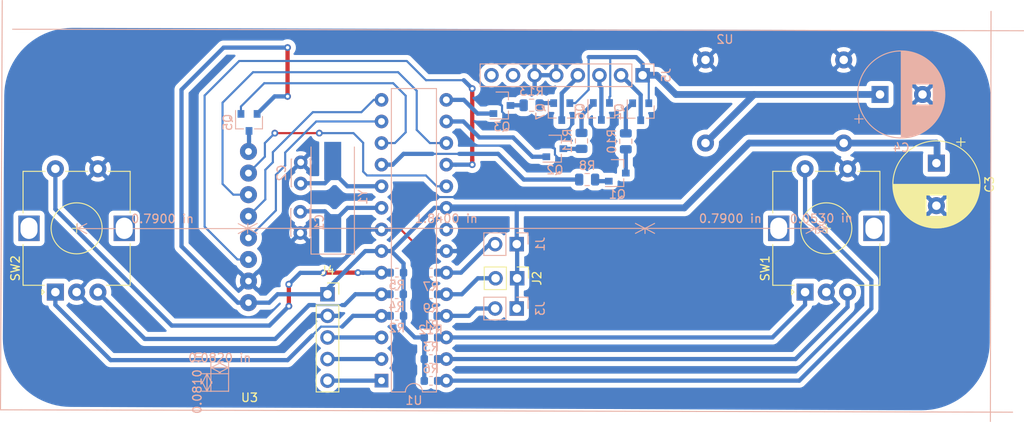
<source format=kicad_pcb>
(kicad_pcb (version 20171130) (host pcbnew "(5.1.2)-2")
  (layers (0 F.Cu signal) (31 B.Cu signal) (34 B.Paste user) (35 F.Paste user) (36 B.SilkS user) (37 F.SilkS user) (38 B.Mask user) (39 F.Mask user) (44 Edge.Cuts user))
  (net 0 "")
  (net 1 "Net-(C1-Pad2)")
  (net 2 GND)
  (net 3 "Net-(C2-Pad2)")
  (net 4 +5V)
  (net 5 +12V)
  (net 6 rear_temp)
  (net 7 RX)
  (net 8 TX)
  (net 9 reset)
  (net 10 relay_compressor)
  (net 11 front_fan_signal)
  (net 12 rear_fan_signal)
  (net 13 front_temp)
  (net 14 "Net-(Q1-Pad1)")
  (net 15 "Net-(Q1-Pad3)")
  (net 16 front_fan_pwm)
  (net 17 rear_fan_pwm)
  (net 18 black_light)
  (net 19 "Net-(Q5-Pad3)")
  (net 20 en1_a)
  (net 21 en2_a)
  (net 22 en1_b)
  (net 23 en2_b)
  (net 24 en2_btn)
  (net 25 en1_btn)
  (net 26 compressor)
  (net 27 sda)
  (net 28 cs)
  (net 29 sck)
  (net 30 "Net-(U1-Pad21)")
  (net 31 ldr)
  (net 32 lcd_reset)
  (net 33 ao)
  (net 34 "Net-(J5-Pad7)")
  (net 35 "Net-(J5-Pad8)")
  (net 36 "Net-(Q2-Pad3)")
  (net 37 "Net-(Q3-Pad3)")
  (net 38 "Net-(Q4-Pad1)")
  (net 39 "Net-(Q6-Pad1)")
  (net 40 "Net-(Q7-Pad1)")
  (module Connector_PinSocket_2.54mm:PinSocket_1x08_P2.54mm_Vertical (layer B.Cu) (at 94.8436 28.0924 90)
    (fp_text reference J5 (at 0 2.77 -90) (layer B.SilkS) (effects (justify mirror)))
    (fp_text value Conn_01x08)
    (pad 1 thru_hole rect (at 0 0 90) (size 1.7 1.7) (drill 1) (layers *.Cu *.Mask) (net 5 +12V))
    (pad 2 thru_hole oval (at 0 -2.54 90) (size 1.7 1.7) (drill 1) (layers *.Cu *.Mask) (net 10 relay_compressor))
    (pad 3 thru_hole oval (at 0 -5.08 90) (size 1.7 1.7) (drill 1) (layers *.Cu *.Mask) (net 11 front_fan_signal))
    (pad 4 thru_hole oval (at 0 -7.62 90) (size 1.7 1.7) (drill 1) (layers *.Cu *.Mask) (net 12 rear_fan_signal))
    (pad 5 thru_hole oval (at 0 -10.16 90) (size 1.7 1.7) (drill 1) (layers *.Cu *.Mask) (net 2 GND))
    (pad 6 thru_hole oval (at 0 -12.7 90) (size 1.7 1.7) (drill 1) (layers *.Cu *.Mask) (net 2 GND))
    (pad 7 thru_hole oval (at 0 -15.24 90) (size 1.7 1.7) (drill 1) (layers *.Cu *.Mask) (net 34 "Net-(J5-Pad7)"))
    (pad 8 thru_hole oval (at 0 -17.78 90) (size 1.7 1.7) (drill 1) (layers *.Cu *.Mask) (net 35 "Net-(J5-Pad8)"))
  )
  (module "footprint by wos:st7735" (layer F.Cu) (at 46.2026 63.3476)
    (fp_text reference U3 (at 2.413 2.659) (layer F.SilkS))
    (fp_text value st7735)
    (pad 8 thru_hole circle (at 2.286 -8.509) (size 2 2) (drill 0.762) (layers *.Cu *.Mask) (net 4 +5V))
    (pad 7 thru_hole circle (at 2.286 -11.049) (size 2 2) (drill 0.762) (layers *.Cu *.Mask) (net 2 GND))
    (pad 6 thru_hole circle (at 2.286 -13.589) (size 2 2) (drill 0.762) (layers *.Cu *.Mask) (net 28 cs))
    (pad 5 thru_hole circle (at 2.286 -16.129) (size 2 2) (drill 0.762) (layers *.Cu *.Mask) (net 32 lcd_reset))
    (pad 4 thru_hole circle (at 2.286 -18.669) (size 2 2) (drill 0.762) (layers *.Cu *.Mask) (net 33 ao))
    (pad 3 thru_hole circle (at 2.286 -21.209) (size 2 2) (drill 0.85) (layers *.Cu *.Mask) (net 27 sda))
    (pad 2 thru_hole circle (at 2.286 -23.749) (size 2 2) (drill 0.8) (layers *.Cu *.Mask) (net 29 sck))
    (pad 1 thru_hole circle (at 2.286 -26.289 90) (size 2 2) (drill 0.8) (layers *.Cu *.Mask) (net 19 "Net-(Q5-Pad3)"))
  )
  (module Capacitor_THT:CP_Radial_D10.0mm_P5.00mm (layer F.Cu) (at 129.3876 38.4302 270)
    (fp_text reference C3 (at 2.5 -6.25 90) (layer F.SilkS))
    (fp_text value CP1)
    (pad 2 thru_hole circle (at 5 0 270) (size 2 2) (drill 1) (layers *.Cu *.Mask) (net 2 GND))
    (pad 1 thru_hole rect (at 0 0 270) (size 2 2) (drill 1) (layers *.Cu *.Mask) (net 4 +5V))
  )
  (module Connector_PinSocket_2.54mm:PinSocket_1x05_P2.54mm_Vertical (layer F.Cu) (at 57.785 53.848)
    (fp_text reference J4 (at 0 -2.77) (layer F.SilkS))
    (fp_text value Conn_01x05)
    (pad 1 thru_hole rect (at 0 0) (size 1.7 1.7) (drill 1) (layers *.Cu *.Mask) (net 4 +5V))
    (pad 2 thru_hole oval (at 0 2.54) (size 1.7 1.7) (drill 1) (layers *.Cu *.Mask) (net 2 GND))
    (pad 3 thru_hole oval (at 0 5.08) (size 1.7 1.7) (drill 1) (layers *.Cu *.Mask) (net 7 RX))
    (pad 4 thru_hole oval (at 0 7.62) (size 1.7 1.7) (drill 1) (layers *.Cu *.Mask) (net 8 TX))
    (pad 5 thru_hole oval (at 0 10.16) (size 1.7 1.7) (drill 1) (layers *.Cu *.Mask) (net 9 reset))
  )
  (module Package_DIP:DIP-28_W7.62mm (layer B.Cu) (at 64.135 64.008)
    (fp_text reference U1 (at 3.81 2.33) (layer B.SilkS) (effects (justify mirror)))
    (fp_text value ATmega328-PU)
    (pad 1 thru_hole rect (at 0 0) (size 1.6 1.6) (drill 0.8) (layers *.Cu *.Mask) (net 9 reset))
    (pad 15 thru_hole oval (at 7.62 -33.02) (size 1.6 1.6) (drill 0.8) (layers *.Cu *.Mask) (net 17 rear_fan_pwm))
    (pad 2 thru_hole oval (at 0 -2.54) (size 1.6 1.6) (drill 0.8) (layers *.Cu *.Mask) (net 8 TX))
    (pad 16 thru_hole oval (at 7.62 -30.48) (size 1.6 1.6) (drill 0.8) (layers *.Cu *.Mask) (net 16 front_fan_pwm))
    (pad 3 thru_hole oval (at 0 -5.08) (size 1.6 1.6) (drill 0.8) (layers *.Cu *.Mask) (net 7 RX))
    (pad 17 thru_hole oval (at 7.62 -27.94) (size 1.6 1.6) (drill 0.8) (layers *.Cu *.Mask) (net 27 sda))
    (pad 4 thru_hole oval (at 0 -7.62) (size 1.6 1.6) (drill 0.8) (layers *.Cu *.Mask) (net 21 en2_a))
    (pad 18 thru_hole oval (at 7.62 -25.4) (size 1.6 1.6) (drill 0.8) (layers *.Cu *.Mask) (net 28 cs))
    (pad 5 thru_hole oval (at 0 -10.16) (size 1.6 1.6) (drill 0.8) (layers *.Cu *.Mask) (net 23 en2_b))
    (pad 19 thru_hole oval (at 7.62 -22.86) (size 1.6 1.6) (drill 0.8) (layers *.Cu *.Mask) (net 29 sck))
    (pad 6 thru_hole oval (at 0 -12.7) (size 1.6 1.6) (drill 0.8) (layers *.Cu *.Mask) (net 24 en2_btn))
    (pad 20 thru_hole oval (at 7.62 -20.32) (size 1.6 1.6) (drill 0.8) (layers *.Cu *.Mask) (net 4 +5V))
    (pad 7 thru_hole oval (at 0 -15.24) (size 1.6 1.6) (drill 0.8) (layers *.Cu *.Mask) (net 4 +5V))
    (pad 21 thru_hole oval (at 7.62 -17.78) (size 1.6 1.6) (drill 0.8) (layers *.Cu *.Mask) (net 30 "Net-(U1-Pad21)"))
    (pad 8 thru_hole oval (at 0 -17.78) (size 1.6 1.6) (drill 0.8) (layers *.Cu *.Mask) (net 2 GND))
    (pad 22 thru_hole oval (at 7.62 -15.24) (size 1.6 1.6) (drill 0.8) (layers *.Cu *.Mask) (net 2 GND))
    (pad 9 thru_hole oval (at 0 -20.32) (size 1.6 1.6) (drill 0.8) (layers *.Cu *.Mask) (net 1 "Net-(C1-Pad2)"))
    (pad 23 thru_hole oval (at 7.62 -12.7) (size 1.6 1.6) (drill 0.8) (layers *.Cu *.Mask) (net 31 ldr))
    (pad 10 thru_hole oval (at 0 -22.86) (size 1.6 1.6) (drill 0.8) (layers *.Cu *.Mask) (net 3 "Net-(C2-Pad2)"))
    (pad 24 thru_hole oval (at 7.62 -10.16) (size 1.6 1.6) (drill 0.8) (layers *.Cu *.Mask) (net 13 front_temp))
    (pad 11 thru_hole oval (at 0 -25.4) (size 1.6 1.6) (drill 0.8) (layers *.Cu *.Mask) (net 26 compressor))
    (pad 25 thru_hole oval (at 7.62 -7.62) (size 1.6 1.6) (drill 0.8) (layers *.Cu *.Mask) (net 6 rear_temp))
    (pad 12 thru_hole oval (at 0 -27.94) (size 1.6 1.6) (drill 0.8) (layers *.Cu *.Mask) (net 18 black_light))
    (pad 26 thru_hole oval (at 7.62 -5.08) (size 1.6 1.6) (drill 0.8) (layers *.Cu *.Mask) (net 20 en1_a))
    (pad 13 thru_hole oval (at 0 -30.48) (size 1.6 1.6) (drill 0.8) (layers *.Cu *.Mask) (net 32 lcd_reset))
    (pad 27 thru_hole oval (at 7.62 -2.54) (size 1.6 1.6) (drill 0.8) (layers *.Cu *.Mask) (net 22 en1_b))
    (pad 14 thru_hole oval (at 0 -33.02) (size 1.6 1.6) (drill 0.8) (layers *.Cu *.Mask) (net 33 ao))
    (pad 28 thru_hole oval (at 7.62 0) (size 1.6 1.6) (drill 0.8) (layers *.Cu *.Mask) (net 25 en1_btn))
  )
  (module Rotary_Encoder:RotaryEncoder_Alps_EC12E-Switch_Vertical_H20mm (layer F.Cu) (at 25.781 53.594 90)
    (fp_text reference SW2 (at 2.8 -4.7 90) (layer F.SilkS))
    (fp_text value Rotary_Encoder_Switch)
    (pad A thru_hole rect (at 0 0 90) (size 2 2) (drill 1) (layers *.Cu *.Mask) (net 21 en2_a))
    (pad C thru_hole circle (at 0 2.5 90) (size 2 2) (drill 1) (layers *.Cu *.Mask) (net 2 GND))
    (pad B thru_hole circle (at 0 5 90) (size 2 2) (drill 1) (layers *.Cu *.Mask) (net 23 en2_b))
    (pad MP thru_hole rect (at 7.5 -3.1 90) (size 3 2.5) (drill oval 2.5 2) (layers *.Cu *.Mask))
    (pad MP thru_hole rect (at 7.5 8.1 90) (size 3 2.5) (drill oval 2.5 2) (layers *.Cu *.Mask))
    (pad S1 thru_hole circle (at 14.5 0 90) (size 2 2) (drill 1) (layers *.Cu *.Mask) (net 24 en2_btn))
    (pad S2 thru_hole circle (at 14.5 5 90) (size 2 2) (drill 1) (layers *.Cu *.Mask) (net 2 GND))
  )
  (module Resistor_SMD:R_0603_1608Metric (layer B.Cu) (at 69.9515 51.308)
    (fp_text reference R7 (at 0 1.65) (layer B.SilkS) (effects (justify mirror)))
    (fp_text value R_Small)
    (pad 2 smd roundrect (at 0.7875 0) (size 0.875 0.95) (layers B.Cu B.Paste B.Mask) (net 31 ldr))
    (pad 1 smd roundrect (at -0.7875 0) (size 0.875 0.95) (layers B.Cu B.Paste B.Mask) (net 2 GND))
  )
  (module Resistor_SMD:R_0603_1608Metric (layer B.Cu) (at 69.9515 53.848)
    (fp_text reference R9 (at 0 1.65) (layer B.SilkS) (effects (justify mirror)))
    (fp_text value R_Small)
    (pad 2 smd roundrect (at 0.7875 0) (size 0.875 0.95) (layers B.Cu B.Paste B.Mask) (net 13 front_temp))
    (pad 1 smd roundrect (at -0.7875 0) (size 0.875 0.95) (layers B.Cu B.Paste B.Mask) (net 2 GND))
  )
  (module Resistor_SMD:R_0603_1608Metric (layer B.Cu) (at 69.9007 56.388)
    (fp_text reference R12 (at 0 1.65) (layer B.SilkS) (effects (justify mirror)))
    (fp_text value R_Small)
    (pad 2 smd roundrect (at 0.7875 0) (size 0.875 0.95) (layers B.Cu B.Paste B.Mask) (net 6 rear_temp))
    (pad 1 smd roundrect (at -0.7875 0) (size 0.875 0.95) (layers B.Cu B.Paste B.Mask) (net 2 GND))
  )
  (module Resistor_SMD:R_0603_1608Metric (layer B.Cu) (at 69.9515 58.928 180)
    (fp_text reference R1 (at 0 1.43) (layer B.SilkS) (effects (justify mirror)))
    (fp_text value R_Small)
    (pad 2 smd roundrect (at 0.7875 0 180) (size 0.875 0.95) (layers B.Cu B.Paste B.Mask) (net 4 +5V))
    (pad 1 smd roundrect (at -0.7875 0 180) (size 0.875 0.95) (layers B.Cu B.Paste B.Mask) (net 20 en1_a))
  )
  (module Resistor_SMD:R_0603_1608Metric (layer B.Cu) (at 65.9385 56.388)
    (fp_text reference R2 (at 0 1.43) (layer B.SilkS) (effects (justify mirror)))
    (fp_text value R_Small)
    (pad 2 smd roundrect (at 0.7875 0) (size 0.875 0.95) (layers B.Cu B.Paste B.Mask) (net 4 +5V))
    (pad 1 smd roundrect (at -0.7875 0) (size 0.875 0.95) (layers B.Cu B.Paste B.Mask) (net 21 en2_a))
  )
  (module Resistor_SMD:R_0603_1608Metric (layer B.Cu) (at 69.9515 61.468 180)
    (fp_text reference R3 (at 0 1.43) (layer B.SilkS) (effects (justify mirror)))
    (fp_text value R_Small)
    (pad 2 smd roundrect (at 0.7875 0 180) (size 0.875 0.95) (layers B.Cu B.Paste B.Mask) (net 4 +5V))
    (pad 1 smd roundrect (at -0.7875 0 180) (size 0.875 0.95) (layers B.Cu B.Paste B.Mask) (net 22 en1_b))
  )
  (module Resistor_SMD:R_0603_1608Metric (layer B.Cu) (at 65.9131 53.848)
    (fp_text reference R4 (at 0 1.43) (layer B.SilkS) (effects (justify mirror)))
    (fp_text value R_Small)
    (pad 2 smd roundrect (at 0.7875 0) (size 0.875 0.95) (layers B.Cu B.Paste B.Mask) (net 4 +5V))
    (pad 1 smd roundrect (at -0.7875 0) (size 0.875 0.95) (layers B.Cu B.Paste B.Mask) (net 23 en2_b))
  )
  (module Resistor_SMD:R_0603_1608Metric (layer B.Cu) (at 65.9385 51.308)
    (fp_text reference R5 (at 0 1.43) (layer B.SilkS) (effects (justify mirror)))
    (fp_text value R_Small)
    (pad 2 smd roundrect (at 0.7875 0) (size 0.875 0.95) (layers B.Cu B.Paste B.Mask) (net 4 +5V))
    (pad 1 smd roundrect (at -0.7875 0) (size 0.875 0.95) (layers B.Cu B.Paste B.Mask) (net 24 en2_btn))
  )
  (module Resistor_SMD:R_0603_1608Metric (layer B.Cu) (at 69.9515 64.0334 180)
    (fp_text reference R6 (at 0 1.43 180) (layer B.SilkS) (effects (justify mirror)))
    (fp_text value R_Small)
    (pad 2 smd roundrect (at 0.7875 0 180) (size 0.875 0.95) (layers B.Cu B.Paste B.Mask) (net 4 +5V))
    (pad 1 smd roundrect (at -0.7875 0 180) (size 0.875 0.95) (layers B.Cu B.Paste B.Mask) (net 25 en1_btn))
  )
  (module Connector_PinSocket_2.54mm:PinSocket_1x02_P2.54mm_Vertical (layer B.Cu) (at 80.0354 55.5244 90)
    (fp_text reference J3 (at 0 2.77 270) (layer B.SilkS) (effects (justify mirror)))
    (fp_text value Conn_01x02)
    (pad 1 thru_hole rect (at 0 0 90) (size 1.7 1.7) (drill 1) (layers *.Cu *.Mask) (net 4 +5V))
    (pad 2 thru_hole oval (at 0 -2.54 90) (size 1.7 1.7) (drill 1) (layers *.Cu *.Mask) (net 6 rear_temp))
  )
  (module Connector_PinSocket_2.54mm:PinSocket_1x02_P2.54mm_Vertical (layer B.Cu) (at 80.0354 47.9552 90)
    (fp_text reference J1 (at 0 2.77 90) (layer B.SilkS) (effects (justify mirror)))
    (fp_text value Conn_01x02)
    (pad 2 thru_hole oval (at 0 -2.54 90) (size 1.7 1.7) (drill 1) (layers *.Cu *.Mask) (net 31 ldr))
    (pad 1 thru_hole rect (at 0 0 90) (size 1.7 1.7) (drill 1) (layers *.Cu *.Mask) (net 4 +5V))
  )
  (module Rotary_Encoder:RotaryEncoder_Alps_EC12E-Switch_Vertical_H20mm (layer F.Cu) (at 113.9444 53.594 90)
    (fp_text reference SW1 (at 2.8 -4.7 90) (layer F.SilkS))
    (fp_text value Rotary_Encoder_Switch)
    (pad S2 thru_hole circle (at 14.5 5 90) (size 2 2) (drill 1) (layers *.Cu *.Mask) (net 2 GND))
    (pad S1 thru_hole circle (at 14.5 0 90) (size 2 2) (drill 1) (layers *.Cu *.Mask) (net 25 en1_btn))
    (pad MP thru_hole rect (at 7.5 8.1 90) (size 3 2.5) (drill oval 2.5 2) (layers *.Cu *.Mask))
    (pad MP thru_hole rect (at 7.5 -3.1 90) (size 3 2.5) (drill oval 2.5 2) (layers *.Cu *.Mask))
    (pad B thru_hole circle (at 0 5 90) (size 2 2) (drill 1) (layers *.Cu *.Mask) (net 22 en1_b))
    (pad C thru_hole circle (at 0 2.5 90) (size 2 2) (drill 1) (layers *.Cu *.Mask) (net 2 GND))
    (pad A thru_hole rect (at 0 0 90) (size 2 2) (drill 1) (layers *.Cu *.Mask) (net 20 en1_a))
  )
  (module Capacitor_THT:C_Disc_D3.0mm_W2.0mm_P2.50mm (layer B.Cu) (at 54.5846 46.6452 90)
    (fp_text reference C1 (at 1.25 2.25 90) (layer B.SilkS) (effects (justify mirror)))
    (fp_text value C_Small)
    (pad 2 thru_hole circle (at 2.5 0 90) (size 1.6 1.6) (drill 0.8) (layers *.Cu *.Mask) (net 1 "Net-(C1-Pad2)"))
    (pad 1 thru_hole circle (at 0 0 90) (size 1.6 1.6) (drill 0.8) (layers *.Cu *.Mask) (net 2 GND))
  )
  (module Capacitor_THT:C_Disc_D3.0mm_W2.0mm_P2.50mm (layer B.Cu) (at 54.6354 38.3286 270)
    (fp_text reference C2 (at 1.25 2.25 90) (layer B.SilkS) (effects (justify mirror)))
    (fp_text value C_Small)
    (pad 1 thru_hole circle (at 0 0 270) (size 1.6 1.6) (drill 0.8) (layers *.Cu *.Mask) (net 2 GND))
    (pad 2 thru_hole circle (at 2.5 0 270) (size 1.6 1.6) (drill 0.8) (layers *.Cu *.Mask) (net 3 "Net-(C2-Pad2)"))
  )
  (module Capacitor_THT:CP_Radial_D10.0mm_P5.00mm (layer B.Cu) (at 122.7582 30.353)
    (fp_text reference C4 (at 2.5 6.25 180) (layer B.SilkS) (effects (justify mirror)))
    (fp_text value CP1)
    (pad 2 thru_hole circle (at 5 0) (size 2 2) (drill 1) (layers *.Cu *.Mask) (net 2 GND))
    (pad 1 thru_hole rect (at 0 0) (size 2 2) (drill 1) (layers *.Cu *.Mask) (net 5 +12V))
  )
  (module Connector_PinHeader_2.54mm:PinHeader_1x02_P2.54mm_Vertical (layer F.Cu) (at 80.0862 51.9684 270)
    (fp_text reference J2 (at 0 -2.33 90) (layer F.SilkS))
    (fp_text value Conn_01x02)
    (pad 1 thru_hole rect (at 0 0 270) (size 1.7 1.7) (drill 1) (layers *.Cu *.Mask) (net 4 +5V))
    (pad 2 thru_hole oval (at 0 2.54 270) (size 1.7 1.7) (drill 1) (layers *.Cu *.Mask) (net 13 front_temp))
  )
  (module Package_TO_SOT_SMD:SOT-23 (layer B.Cu) (at 91.8624 39.5986)
    (fp_text reference Q1 (at 0 2.5) (layer B.SilkS) (effects (justify mirror)))
    (fp_text value MMBT2222L)
    (pad 1 smd rect (at -1 0.95) (size 0.9 0.8) (layers B.Cu B.Paste B.Mask) (net 14 "Net-(Q1-Pad1)"))
    (pad 2 smd rect (at -1 -0.95) (size 0.9 0.8) (layers B.Cu B.Paste B.Mask) (net 2 GND))
    (pad 3 smd rect (at 1 0) (size 0.9 0.8) (layers B.Cu B.Paste B.Mask) (net 15 "Net-(Q1-Pad3)"))
  )
  (module Package_TO_SOT_SMD:SOT-23 (layer B.Cu) (at 78.2988 31.6484)
    (fp_text reference Q3 (at 0 2.5 180) (layer B.SilkS) (effects (justify mirror)))
    (fp_text value MMBT2222L)
    (pad 1 smd rect (at -1 0.95) (size 0.9 0.8) (layers B.Cu B.Paste B.Mask) (net 17 rear_fan_pwm))
    (pad 2 smd rect (at -1 -0.95) (size 0.9 0.8) (layers B.Cu B.Paste B.Mask) (net 2 GND))
    (pad 3 smd rect (at 1 0) (size 0.9 0.8) (layers B.Cu B.Paste B.Mask) (net 37 "Net-(Q3-Pad3)"))
  )
  (module Package_TO_SOT_SMD:SOT-23 (layer B.Cu) (at 94.615 32.385 270)
    (fp_text reference Q4 (at 0 2.5 90) (layer B.SilkS) (effects (justify mirror)))
    (fp_text value s8550)
    (pad 3 smd rect (at 1 0 270) (size 0.9 0.8) (layers B.Cu B.Paste B.Mask) (net 10 relay_compressor))
    (pad 2 smd rect (at -1 -0.95 270) (size 0.9 0.8) (layers B.Cu B.Paste B.Mask) (net 5 +12V))
    (pad 1 smd rect (at -1 0.95 270) (size 0.9 0.8) (layers B.Cu B.Paste B.Mask) (net 38 "Net-(Q4-Pad1)"))
  )
  (module Package_TO_SOT_SMD:SOT-23 (layer B.Cu) (at 48.5546 33.639 270)
    (fp_text reference Q5 (at 0 2.5 90) (layer B.SilkS) (effects (justify mirror)))
    (fp_text value s8550)
    (pad 1 smd rect (at -1 0.95 270) (size 0.9 0.8) (layers B.Cu B.Paste B.Mask) (net 18 black_light))
    (pad 2 smd rect (at -1 -0.95 270) (size 0.9 0.8) (layers B.Cu B.Paste B.Mask) (net 4 +5V))
    (pad 3 smd rect (at 1 0 270) (size 0.9 0.8) (layers B.Cu B.Paste B.Mask) (net 19 "Net-(Q5-Pad3)"))
  )
  (module Resistor_SMD:R_0805_2012Metric (layer B.Cu) (at 88.3181 40.3606 180)
    (fp_text reference R8 (at 0 1.65) (layer B.SilkS) (effects (justify mirror)))
    (fp_text value R_Small)
    (pad 2 smd roundrect (at 0.9375 0 180) (size 0.975 1.4) (layers B.Cu B.Paste B.Mask) (net 26 compressor))
    (pad 1 smd roundrect (at -0.9375 0 180) (size 0.975 1.4) (layers B.Cu B.Paste B.Mask) (net 14 "Net-(Q1-Pad1)"))
  )
  (module "footprint by wos:mini dc-dc" (layer B.Cu) (at 110.363 31.369)
    (fp_text reference U2 (at -5.842 -7.493) (layer B.SilkS) (effects (justify mirror)))
    (fp_text value mini_dc-dc)
    (pad 1 thru_hole circle (at -8.128 4.699) (size 2 2) (drill 1) (layers *.Cu *.Mask) (net 5 +12V))
    (pad 2 thru_hole circle (at -8.128 -5.08) (size 2 2) (drill 1) (layers *.Cu *.Mask) (net 2 GND))
    (pad 3 thru_hole circle (at 8.128 4.699) (size 2 2) (drill 1) (layers *.Cu *.Mask) (net 4 +5V))
    (pad 4 thru_hole circle (at 8.128 -5.08) (size 2 2) (drill 1) (layers *.Cu *.Mask) (net 2 GND))
  )
  (module Crystal:Crystal_SMD_HC49-SD (layer B.Cu) (at 58.3946 42.4262 90)
    (fp_text reference Y1 (at 0 3.55 270) (layer B.SilkS) (effects (justify mirror)))
    (fp_text value Crystal)
    (pad 1 smd rect (at -4.25 0 90) (size 4.5 2) (layers B.Cu B.Paste B.Mask) (net 1 "Net-(C1-Pad2)"))
    (pad 2 smd rect (at 4.25 0 90) (size 4.5 2) (layers B.Cu B.Paste B.Mask) (net 3 "Net-(C2-Pad2)"))
  )
  (module Package_TO_SOT_SMD:SOT-23 (layer B.Cu) (at 84.5218 36.7284)
    (fp_text reference Q2 (at 0 2.5 180) (layer B.SilkS) (effects (justify mirror)))
    (fp_text value MMBT2222L)
    (pad 1 smd rect (at -1 0.95) (size 0.9 0.8) (layers B.Cu B.Paste B.Mask) (net 16 front_fan_pwm))
    (pad 2 smd rect (at -1 -0.95) (size 0.9 0.8) (layers B.Cu B.Paste B.Mask) (net 2 GND))
    (pad 3 smd rect (at 1 0) (size 0.9 0.8) (layers B.Cu B.Paste B.Mask) (net 36 "Net-(Q2-Pad3)"))
  )
  (module Package_TO_SOT_SMD:SOT-23 (layer B.Cu) (at 89.9922 32.3502 270)
    (fp_text reference Q6 (at 0 2.5 270) (layer B.SilkS) (effects (justify mirror)))
    (fp_text value s8550)
    (pad 3 smd rect (at 1 0 270) (size 0.9 0.8) (layers B.Cu B.Paste B.Mask) (net 11 front_fan_signal))
    (pad 2 smd rect (at -1 -0.95 270) (size 0.9 0.8) (layers B.Cu B.Paste B.Mask) (net 5 +12V))
    (pad 1 smd rect (at -1 0.95 270) (size 0.9 0.8) (layers B.Cu B.Paste B.Mask) (net 39 "Net-(Q6-Pad1)"))
  )
  (module Package_TO_SOT_SMD:SOT-23 (layer B.Cu) (at 85.3288 32.369 270)
    (fp_text reference Q7 (at 0 2.5 270) (layer B.SilkS) (effects (justify mirror)))
    (fp_text value s8550)
    (pad 1 smd rect (at -1 0.95 270) (size 0.9 0.8) (layers B.Cu B.Paste B.Mask) (net 40 "Net-(Q7-Pad1)"))
    (pad 2 smd rect (at -1 -0.95 270) (size 0.9 0.8) (layers B.Cu B.Paste B.Mask) (net 5 +12V))
    (pad 3 smd rect (at 1 0 270) (size 0.9 0.8) (layers B.Cu B.Paste B.Mask) (net 12 rear_fan_signal))
  )
  (module Resistor_SMD:R_0805_2012Metric (layer B.Cu) (at 92.8624 35.8625 270)
    (fp_text reference R10 (at 0 1.65 90) (layer B.SilkS) (effects (justify mirror)))
    (fp_text value R_Small)
    (pad 1 smd roundrect (at -0.9375 0 270) (size 0.975 1.4) (layers B.Cu B.Paste B.Mask) (net 38 "Net-(Q4-Pad1)"))
    (pad 2 smd roundrect (at 0.9375 0 270) (size 0.975 1.4) (layers B.Cu B.Paste B.Mask) (net 15 "Net-(Q1-Pad3)"))
  )
  (module Resistor_SMD:R_0805_2012Metric (layer B.Cu) (at 87.6554 35.8117 270)
    (fp_text reference R11 (at 0 1.65 270) (layer B.SilkS) (effects (justify mirror)))
    (fp_text value R_Small)
    (pad 1 smd roundrect (at -0.9375 0 270) (size 0.975 1.4) (layers B.Cu B.Paste B.Mask) (net 39 "Net-(Q6-Pad1)"))
    (pad 2 smd roundrect (at 0.9375 0 270) (size 0.975 1.4) (layers B.Cu B.Paste B.Mask) (net 36 "Net-(Q2-Pad3)"))
  )
  (module Resistor_SMD:R_0805_2012Metric (layer B.Cu) (at 81.7903 31.623 180)
    (fp_text reference R13 (at 0 1.65 180) (layer B.SilkS) (effects (justify mirror)))
    (fp_text value R_Small)
    (pad 2 smd roundrect (at 0.9375 0 180) (size 0.975 1.4) (layers B.Cu B.Paste B.Mask) (net 37 "Net-(Q3-Pad3)"))
    (pad 1 smd roundrect (at -0.9375 0 180) (size 0.975 1.4) (layers B.Cu B.Paste B.Mask) (net 40 "Net-(Q7-Pad1)"))
  )
  (gr_line (start 139.6492 22.86) (end 20.7518 22.6822) (layer B.SilkS) (width 0.12))
  (dimension 1.34644 (width 0.12) (layer B.SilkS) (gr_text "1.346 mm" (at 115.886058 47.358074 1.080924187) (layer B.SilkS) (effects (font (size 1 1) (thickness 0.15)))) (feature1 (pts (xy 116.5352 46.0756) (xy 116.546263 46.661916))) (feature2 (pts (xy 115.189 46.101) (xy 115.200063 46.687316))) (crossbar (pts (xy 115.189 46.101) (xy 116.5352 46.0756))) (arrow1a (pts (xy 116.5352 46.0756) (xy 115.419959 46.683167))) (arrow1b (pts (xy 116.5352 46.0756) (xy 115.397834 45.510535))) (arrow2a (pts (xy 115.189 46.101) (xy 116.326366 46.666065))) (arrow2b (pts (xy 115.189 46.101) (xy 116.304241 45.493433))))
  (dimension 2.0574 (width 0.12) (layer B.SilkS) (gr_text "2.057 mm" (at 42.3418 64.2239 90) (layer B.SilkS) (effects (font (size 1 1) (thickness 0.15)))) (feature1 (pts (xy 46.1518 63.1952) (xy 43.025379 63.1952))) (feature2 (pts (xy 46.1518 65.2526) (xy 43.025379 65.2526))) (crossbar (pts (xy 43.6118 65.2526) (xy 43.6118 63.1952))) (arrow1a (pts (xy 43.6118 63.1952) (xy 44.198221 64.321704))) (arrow1b (pts (xy 43.6118 63.1952) (xy 43.025379 64.321704))) (arrow2a (pts (xy 43.6118 65.2526) (xy 44.198221 64.126096))) (arrow2b (pts (xy 43.6118 65.2526) (xy 43.025379 64.126096))))
  (dimension 2.0828 (width 0.12) (layer B.SilkS) (gr_text "2.083 mm" (at 45.1104 61.214) (layer B.SilkS) (effects (font (size 1 1) (thickness 0.15)))) (feature1 (pts (xy 46.1518 65.278) (xy 46.1518 61.897579))) (feature2 (pts (xy 44.069 65.278) (xy 44.069 61.897579))) (crossbar (pts (xy 44.069 62.484) (xy 46.1518 62.484))) (arrow1a (pts (xy 46.1518 62.484) (xy 45.025296 63.070421))) (arrow1b (pts (xy 46.1518 62.484) (xy 45.025296 61.897579))) (arrow2a (pts (xy 44.069 62.484) (xy 45.195504 63.070421))) (arrow2b (pts (xy 44.069 62.484) (xy 45.195504 61.897579))))
  (gr_line (start 135.7376 68.8086) (end 135.8138 20.574) (layer B.SilkS) (width 0.12))
  (gr_line (start 19.3294 67.437) (end 138.3538 67.7164) (layer B.SilkS) (width 0.12))
  (gr_line (start 19.5326 19.304) (end 19.3294 67.437) (layer B.SilkS) (width 0.12))
  (dimension 20.066 (width 0.12) (layer B.SilkS) (gr_text "20.066 mm" (at 105.156 47.371) (layer B.SilkS) (effects (font (size 1 1) (thickness 0.15)))) (feature1 (pts (xy 115.189 46.101) (xy 115.189 46.687421))) (feature2 (pts (xy 95.123 46.101) (xy 95.123 46.687421))) (crossbar (pts (xy 95.123 46.101) (xy 115.189 46.101))) (arrow1a (pts (xy 115.189 46.101) (xy 114.062496 46.687421))) (arrow1b (pts (xy 115.189 46.101) (xy 114.062496 45.514579))) (arrow2a (pts (xy 95.123 46.101) (xy 96.249504 46.687421))) (arrow2b (pts (xy 95.123 46.101) (xy 96.249504 45.514579))))
  (dimension 46.736 (width 0.12) (layer B.SilkS) (gr_text "46.736 mm" (at 71.755 47.371) (layer B.SilkS) (effects (font (size 1 1) (thickness 0.15)))) (feature1 (pts (xy 95.123 46.101) (xy 95.123 46.687421))) (feature2 (pts (xy 48.387 46.101) (xy 48.387 46.687421))) (crossbar (pts (xy 48.387 46.101) (xy 95.123 46.101))) (arrow1a (pts (xy 95.123 46.101) (xy 93.996496 46.687421))) (arrow1b (pts (xy 95.123 46.101) (xy 93.996496 45.514579))) (arrow2a (pts (xy 48.387 46.101) (xy 49.513504 46.687421))) (arrow2b (pts (xy 48.387 46.101) (xy 49.513504 45.514579))))
  (dimension 20.066 (width 0.12) (layer B.SilkS) (gr_text "20.066 mm" (at 38.3794 44.8564) (layer B.SilkS) (effects (font (size 1 1) (thickness 0.15)))) (feature1 (pts (xy 28.3464 46.1264) (xy 28.3464 45.539979))) (feature2 (pts (xy 48.4124 46.1264) (xy 48.4124 45.539979))) (crossbar (pts (xy 48.4124 46.1264) (xy 28.3464 46.1264))) (arrow1a (pts (xy 28.3464 46.1264) (xy 29.472904 45.539979))) (arrow1b (pts (xy 28.3464 46.1264) (xy 29.472904 46.712821))) (arrow2a (pts (xy 48.4124 46.1264) (xy 47.285896 45.539979))) (arrow2b (pts (xy 48.4124 46.1264) (xy 47.285896 46.712821))))
  (segment (start 58.3946 45.4262) (end 58.3946 46.6762) (width 0.5) (layer B.Cu) (net 1))
  (segment (start 60.1328 43.688) (end 58.3946 45.4262) (width 0.5) (layer B.Cu) (net 1))
  (segment (start 64.135 43.688) (end 60.1328 43.688) (width 0.5) (layer B.Cu) (net 1))
  (segment (start 58.3946 46.6762) (end 58.3946 45.0088) (width 0.5) (layer B.Cu) (net 1))
  (segment (start 57.4802 44.0944) (end 54.5846 44.0944) (width 0.5) (layer B.Cu) (net 1))
  (segment (start 58.3946 45.0088) (end 57.4802 44.0944) (width 0.5) (layer B.Cu) (net 1))
  (segment (start 69.164 56.3372) (end 69.1132 56.388) (width 0.5) (layer B.Cu) (net 2))
  (segment (start 90.8624 38.6486) (end 85.7402 38.6486) (width 0.25) (layer B.Cu) (net 2))
  (segment (start 85.7402 38.6486) (end 84.5312 37.4396) (width 0.25) (layer B.Cu) (net 2))
  (segment (start 83.5718 35.7784) (end 83.5218 35.7784) (width 0.25) (layer B.Cu) (net 2))
  (segment (start 84.5312 36.7378) (end 83.5718 35.7784) (width 0.25) (layer B.Cu) (net 2))
  (segment (start 84.5312 37.4396) (end 84.5312 36.7378) (width 0.25) (layer B.Cu) (net 2))
  (segment (start 77.3488 30.6984) (end 77.2988 30.6984) (width 0.25) (layer B.Cu) (net 2))
  (segment (start 78.3082 31.6578) (end 77.3488 30.6984) (width 0.25) (layer B.Cu) (net 2))
  (segment (start 78.3082 32.385) (end 78.3082 31.6578) (width 0.25) (layer B.Cu) (net 2))
  (segment (start 81.7016 35.7784) (end 78.3082 32.385) (width 0.25) (layer B.Cu) (net 2))
  (segment (start 83.5218 35.7784) (end 81.7016 35.7784) (width 0.25) (layer B.Cu) (net 2))
  (segment (start 64.135 46.228) (end 65.26637 46.228) (width 0.25) (layer B.Cu) (net 2))
  (segment (start 65.26637 46.228) (end 66.1416 46.228) (width 0.25) (layer B.Cu) (net 2))
  (segment (start 66.1416 46.228) (end 69.9516 42.418) (width 0.25) (layer B.Cu) (net 2))
  (segment (start 69.9516 42.418) (end 73.8378 42.418) (width 0.25) (layer B.Cu) (net 2))
  (segment (start 71.755 48.768) (end 68.9356 48.768) (width 0.25) (layer F.Cu) (net 2))
  (segment (start 66.3956 46.228) (end 64.135 46.228) (width 0.25) (layer F.Cu) (net 2))
  (segment (start 68.9356 48.768) (end 66.3956 46.228) (width 0.25) (layer F.Cu) (net 2))
  (segment (start 58.3946 39.4262) (end 58.3946 38.1762) (width 0.5) (layer B.Cu) (net 3))
  (segment (start 60.1164 41.148) (end 58.3946 39.4262) (width 0.5) (layer B.Cu) (net 3))
  (segment (start 64.135 41.148) (end 60.1164 41.148) (width 0.5) (layer B.Cu) (net 3))
  (segment (start 58.3946 38.1762) (end 58.3946 39.878) (width 0.5) (layer B.Cu) (net 3))
  (segment (start 57.4802 40.7924) (end 54.61 40.7924) (width 0.5) (layer B.Cu) (net 3))
  (segment (start 58.3946 39.878) (end 57.4802 40.7924) (width 0.5) (layer B.Cu) (net 3))
  (via (at 53.086 24.8412) (size 0.8) (drill 0.4) (layers F.Cu B.Cu) (net 4))
  (segment (start 65.278 48.768) (end 64.135 48.768) (width 0.5) (layer B.Cu) (net 4))
  (segment (start 71.755 43.688) (end 70.358 43.688) (width 0.5) (layer B.Cu) (net 4))
  (segment (start 70.358 43.688) (end 65.278 48.768) (width 0.5) (layer B.Cu) (net 4))
  (segment (start 69.164 64.0334) (end 69.164 61.468) (width 0.5) (layer B.Cu) (net 4))
  (segment (start 69.164 61.468) (end 69.164 58.928) (width 0.5) (layer B.Cu) (net 4))
  (segment (start 80.0354 52.0192) (end 80.0862 51.9684) (width 0.5) (layer B.Cu) (net 4))
  (segment (start 80.0354 55.5244) (end 80.0354 52.0192) (width 0.5) (layer B.Cu) (net 4))
  (segment (start 80.0862 48.006) (end 80.0354 47.9552) (width 0.5) (layer B.Cu) (net 4))
  (segment (start 80.0862 51.9684) (end 80.0862 48.006) (width 0.5) (layer B.Cu) (net 4))
  (segment (start 80.0354 43.7896) (end 79.9338 43.688) (width 0.5) (layer B.Cu) (net 4))
  (segment (start 80.0354 47.9552) (end 80.0354 43.7896) (width 0.5) (layer B.Cu) (net 4))
  (segment (start 99.7458 43.688) (end 79.9338 43.688) (width 0.8) (layer B.Cu) (net 4))
  (segment (start 79.9338 43.688) (end 71.755 43.688) (width 0.8) (layer B.Cu) (net 4))
  (segment (start 57.785 53.213) (end 57.785 53.848) (width 0.5) (layer B.Cu) (net 4))
  (segment (start 64.135 48.768) (end 62.23 48.768) (width 0.5) (layer B.Cu) (net 4))
  (segment (start 62.23 48.768) (end 57.785 53.213) (width 0.5) (layer B.Cu) (net 4))
  (segment (start 66.726 50.733) (end 66.7258 50.7328) (width 0.5) (layer B.Cu) (net 4))
  (segment (start 66.726 51.308) (end 66.726 50.733) (width 0.5) (layer B.Cu) (net 4))
  (segment (start 66.7258 50.2158) (end 65.278 48.768) (width 0.5) (layer B.Cu) (net 4))
  (segment (start 66.7258 50.7328) (end 66.7258 50.2158) (width 0.5) (layer B.Cu) (net 4))
  (segment (start 66.726 53.8226) (end 66.7006 53.848) (width 0.5) (layer B.Cu) (net 4))
  (segment (start 66.726 51.308) (end 66.726 53.8226) (width 0.5) (layer B.Cu) (net 4))
  (segment (start 66.7006 56.3626) (end 66.726 56.388) (width 0.5) (layer B.Cu) (net 4))
  (segment (start 66.7006 53.848) (end 66.7006 56.3626) (width 0.5) (layer B.Cu) (net 4))
  (segment (start 68.0466 58.928) (end 69.164 58.928) (width 0.5) (layer B.Cu) (net 4))
  (segment (start 66.726 56.388) (end 66.726 57.6074) (width 0.5) (layer B.Cu) (net 4))
  (segment (start 66.726 57.6074) (end 68.0466 58.928) (width 0.5) (layer B.Cu) (net 4))
  (via (at 53.086 30.5816) (size 0.8) (drill 0.4) (layers F.Cu B.Cu) (net 4))
  (segment (start 129.4638 36.1476) (end 129.4638 37.9476) (width 0.8) (layer B.Cu) (net 4))
  (segment (start 129.3842 36.068) (end 129.4638 36.1476) (width 0.8) (layer B.Cu) (net 4))
  (segment (start 118.491 36.068) (end 129.3842 36.068) (width 0.8) (layer B.Cu) (net 4))
  (segment (start 107.3658 36.068) (end 99.7458 43.688) (width 0.8) (layer B.Cu) (net 4))
  (segment (start 118.491 36.068) (end 107.3658 36.068) (width 0.8) (layer B.Cu) (net 4))
  (segment (start 57.785 53.848) (end 51.9176 53.848) (width 0.5) (layer B.Cu) (net 4))
  (segment (start 50.927 54.8386) (end 48.4886 54.8386) (width 0.5) (layer B.Cu) (net 4))
  (segment (start 51.9176 53.848) (end 50.927 54.8386) (width 0.5) (layer B.Cu) (net 4))
  (segment (start 48.4886 54.8386) (end 47.244 54.8386) (width 0.5) (layer B.Cu) (net 4))
  (segment (start 47.244 54.8386) (end 40.6146 48.2092) (width 0.5) (layer B.Cu) (net 4))
  (segment (start 40.6146 48.2092) (end 40.6146 29.7942) (width 0.5) (layer B.Cu) (net 4))
  (segment (start 40.6146 29.7942) (end 45.5676 24.8412) (width 0.5) (layer B.Cu) (net 4))
  (segment (start 45.5676 24.8412) (end 52.9844 24.8412) (width 0.5) (layer B.Cu) (net 4))
  (segment (start 53.086 24.8412) (end 53.086 30.5816) (width 0.5) (layer F.Cu) (net 4))
  (segment (start 51.562 30.5816) (end 49.5046 32.639) (width 0.5) (layer B.Cu) (net 4))
  (segment (start 53.086 30.5816) (end 51.562 30.5816) (width 0.5) (layer B.Cu) (net 4))
  (segment (start 107.95 30.353) (end 122.7582 30.353) (width 0.8) (layer B.Cu) (net 5))
  (segment (start 102.235 36.068) (end 107.95 30.353) (width 0.8) (layer B.Cu) (net 5))
  (segment (start 98.7542 30.353) (end 107.95 30.353) (width 0.8) (layer B.Cu) (net 5))
  (segment (start 96.4936 28.0924) (end 98.7542 30.353) (width 0.8) (layer B.Cu) (net 5))
  (segment (start 94.8436 28.0924) (end 96.4936 28.0924) (width 0.8) (layer B.Cu) (net 5))
  (segment (start 86.2788 31.369) (end 86.2838 31.369) (width 0.5) (layer B.Cu) (net 5))
  (segment (start 86.9288 31.369) (end 88.4936 29.8042) (width 0.25) (layer B.Cu) (net 5))
  (segment (start 86.2788 31.369) (end 86.9288 31.369) (width 0.25) (layer B.Cu) (net 5))
  (segment (start 88.4936 29.8042) (end 88.4936 26.3398) (width 0.25) (layer B.Cu) (net 5))
  (segment (start 94.8436 26.7424) (end 94.06 25.9588) (width 0.5) (layer B.Cu) (net 5))
  (segment (start 94.8436 28.0924) (end 94.8436 26.7424) (width 0.5) (layer B.Cu) (net 5))
  (segment (start 88.4936 26.3398) (end 88.4936 25.9588) (width 0.25) (layer B.Cu) (net 5))
  (segment (start 91.0336 26.0604) (end 90.932 25.9588) (width 0.25) (layer B.Cu) (net 5))
  (segment (start 91.0336 30.5588) (end 91.0336 26.0604) (width 0.25) (layer B.Cu) (net 5))
  (segment (start 90.9422 30.6502) (end 91.0336 30.5588) (width 0.25) (layer B.Cu) (net 5))
  (segment (start 90.9422 31.3502) (end 90.9422 30.6502) (width 0.25) (layer B.Cu) (net 5))
  (segment (start 94.06 25.9588) (end 90.932 25.9588) (width 0.5) (layer B.Cu) (net 5))
  (segment (start 90.932 25.9588) (end 88.4936 25.9588) (width 0.5) (layer B.Cu) (net 5))
  (segment (start 95.565 28.8138) (end 94.8436 28.0924) (width 0.25) (layer B.Cu) (net 5))
  (segment (start 95.565 31.385) (end 95.565 28.8138) (width 0.25) (layer B.Cu) (net 5))
  (segment (start 71.755 56.388) (end 74.3966 56.388) (width 0.5) (layer B.Cu) (net 6))
  (segment (start 75.2602 55.5244) (end 77.4954 55.5244) (width 0.5) (layer B.Cu) (net 6))
  (segment (start 74.3966 56.388) (end 75.2602 55.5244) (width 0.5) (layer B.Cu) (net 6))
  (segment (start 71.755 56.388) (end 70.6882 56.388) (width 0.5) (layer B.Cu) (net 6))
  (segment (start 64.135 58.928) (end 57.785 58.928) (width 0.5) (layer B.Cu) (net 7))
  (segment (start 57.785 61.468) (end 64.135 61.468) (width 0.5) (layer B.Cu) (net 8))
  (segment (start 57.785 64.008) (end 64.135 64.008) (width 0.5) (layer B.Cu) (net 9))
  (segment (start 94.615 30.4038) (end 94.615 33.385) (width 0.5) (layer B.Cu) (net 10))
  (segment (start 92.3036 28.0924) (end 94.615 30.4038) (width 0.5) (layer B.Cu) (net 10))
  (segment (start 89.9922 32.4002) (end 89.9922 33.3502) (width 0.5) (layer B.Cu) (net 11))
  (segment (start 89.9922 29.523081) (end 89.9922 32.4002) (width 0.5) (layer B.Cu) (net 11))
  (segment (start 89.7636 29.294481) (end 89.9922 29.523081) (width 0.5) (layer B.Cu) (net 11))
  (segment (start 89.7636 28.0924) (end 89.7636 29.294481) (width 0.5) (layer B.Cu) (net 11))
  (segment (start 87.2236 28.321) (end 87.2236 28.0924) (width 0.5) (layer B.Cu) (net 12))
  (segment (start 85.3288 33.369) (end 85.3288 30.2158) (width 0.5) (layer B.Cu) (net 12))
  (segment (start 85.3288 30.2158) (end 87.2236 28.321) (width 0.5) (layer B.Cu) (net 12))
  (segment (start 75.4634 51.9684) (end 77.5462 51.9684) (width 0.5) (layer B.Cu) (net 13))
  (segment (start 71.755 53.848) (end 73.5838 53.848) (width 0.5) (layer B.Cu) (net 13))
  (segment (start 73.5838 53.848) (end 75.4634 51.9684) (width 0.5) (layer B.Cu) (net 13))
  (segment (start 71.755 53.848) (end 70.739 53.848) (width 0.5) (layer B.Cu) (net 13))
  (segment (start 89.4436 40.5486) (end 89.2556 40.3606) (width 0.5) (layer B.Cu) (net 14))
  (segment (start 90.8624 40.5486) (end 89.4436 40.5486) (width 0.5) (layer B.Cu) (net 14))
  (segment (start 92.8624 39.5986) (end 92.8624 36.8) (width 0.5) (layer B.Cu) (net 15))
  (segment (start 71.755 33.528) (end 73.7616 33.528) (width 0.5) (layer B.Cu) (net 16))
  (segment (start 73.7616 33.528) (end 75.6412 35.4076) (width 0.5) (layer B.Cu) (net 16))
  (segment (start 75.6412 35.4076) (end 79.6036 35.4076) (width 0.5) (layer B.Cu) (net 16))
  (segment (start 81.8744 37.6784) (end 83.5218 37.6784) (width 0.5) (layer B.Cu) (net 16))
  (segment (start 79.6036 35.4076) (end 81.8744 37.6784) (width 0.5) (layer B.Cu) (net 16))
  (segment (start 71.755 30.988) (end 73.8124 30.988) (width 0.5) (layer B.Cu) (net 17))
  (segment (start 75.4228 32.5984) (end 77.2988 32.5984) (width 0.5) (layer B.Cu) (net 17))
  (segment (start 73.8124 30.988) (end 75.4228 32.5984) (width 0.5) (layer B.Cu) (net 17))
  (segment (start 65.7098 36.068) (end 66.9798 34.798) (width 0.25) (layer B.Cu) (net 18))
  (segment (start 64.135 36.068) (end 65.7098 36.068) (width 0.25) (layer B.Cu) (net 18))
  (segment (start 66.9798 34.798) (end 66.9798 30.5054) (width 0.25) (layer B.Cu) (net 18))
  (segment (start 66.9798 30.5054) (end 65.5066 29.0322) (width 0.25) (layer B.Cu) (net 18))
  (segment (start 65.5066 29.0322) (end 50.3428 29.0322) (width 0.25) (layer B.Cu) (net 18))
  (segment (start 47.6046 31.7704) (end 47.6046 32.639) (width 0.25) (layer B.Cu) (net 18))
  (segment (start 50.3428 29.0322) (end 47.6046 31.7704) (width 0.25) (layer B.Cu) (net 18))
  (segment (start 48.5546 34.639) (end 48.5546 36.9926) (width 0.5) (layer B.Cu) (net 19))
  (segment (start 48.5546 36.9926) (end 48.4886 37.0586) (width 0.5) (layer B.Cu) (net 19))
  (segment (start 70.739 58.928) (end 71.755 58.928) (width 0.5) (layer B.Cu) (net 20))
  (segment (start 113.9444 55.094) (end 113.9444 53.594) (width 0.5) (layer B.Cu) (net 20))
  (segment (start 110.1104 58.928) (end 113.9444 55.094) (width 0.5) (layer B.Cu) (net 20))
  (segment (start 71.755 58.928) (end 110.1104 58.928) (width 0.5) (layer B.Cu) (net 20))
  (segment (start 64.135 56.388) (end 65.151 56.388) (width 0.5) (layer B.Cu) (net 21))
  (segment (start 60.7822 56.388) (end 59.5122 57.658) (width 0.5) (layer B.Cu) (net 21))
  (segment (start 64.135 56.388) (end 60.7822 56.388) (width 0.5) (layer B.Cu) (net 21))
  (segment (start 59.5122 57.658) (end 57.023 57.658) (width 0.25) (layer B.Cu) (net 21))
  (segment (start 57.023 57.658) (end 55.9816 58.6994) (width 0.25) (layer B.Cu) (net 21))
  (segment (start 25.781 55.094) (end 25.781 53.594) (width 0.5) (layer B.Cu) (net 21))
  (segment (start 32.282 61.595) (end 25.781 55.094) (width 0.5) (layer B.Cu) (net 21))
  (segment (start 55.9816 58.6994) (end 53.086 61.595) (width 0.5) (layer B.Cu) (net 21))
  (segment (start 53.086 61.595) (end 32.282 61.595) (width 0.5) (layer B.Cu) (net 21))
  (segment (start 71.755 61.468) (end 70.739 61.468) (width 0.5) (layer B.Cu) (net 22))
  (segment (start 118.9444 55.3504) (end 118.9444 53.594) (width 0.5) (layer B.Cu) (net 22))
  (segment (start 71.755 61.468) (end 112.8268 61.468) (width 0.5) (layer B.Cu) (net 22))
  (segment (start 112.8268 61.468) (end 118.9444 55.3504) (width 0.5) (layer B.Cu) (net 22))
  (segment (start 64.135 53.848) (end 65.1256 53.848) (width 0.5) (layer B.Cu) (net 23))
  (segment (start 64.135 53.848) (end 61.0616 53.848) (width 0.5) (layer B.Cu) (net 23))
  (segment (start 59.7916 55.118) (end 59.5122 55.118) (width 0.5) (layer B.Cu) (net 23))
  (segment (start 59.5122 55.118) (end 56.2356 55.118) (width 0.25) (layer B.Cu) (net 23))
  (segment (start 61.0616 53.848) (end 59.7916 55.118) (width 0.5) (layer B.Cu) (net 23))
  (segment (start 56.2356 55.118) (end 55.626 55.118) (width 0.5) (layer B.Cu) (net 23))
  (segment (start 55.626 55.118) (end 51.6382 59.1058) (width 0.5) (layer B.Cu) (net 23))
  (segment (start 36.2928 59.1058) (end 30.781 53.594) (width 0.5) (layer B.Cu) (net 23))
  (segment (start 51.6382 59.1058) (end 36.2928 59.1058) (width 0.5) (layer B.Cu) (net 23))
  (via (at 53.2384 55.245) (size 0.8) (drill 0.4) (layers F.Cu B.Cu) (net 24))
  (via (at 53.2384 52.6796) (size 0.8) (drill 0.4) (layers F.Cu B.Cu) (net 24))
  (via (at 53.2384 52.6796) (size 0.8) (drill 0.4) (layers F.Cu B.Cu) (net 24))
  (via (at 53.2384 52.6796) (size 0.8) (drill 0.4) (layers F.Cu B.Cu) (net 24))
  (via (at 53.2384 52.6796) (size 0.8) (drill 0.4) (layers F.Cu B.Cu) (net 24))
  (via (at 53.2384 52.6796) (size 0.8) (drill 0.4) (layers F.Cu B.Cu) (net 24))
  (via (at 53.2384 52.6796) (size 0.8) (drill 0.4) (layers F.Cu B.Cu) (net 24))
  (segment (start 64.135 51.308) (end 65.151 51.308) (width 0.5) (layer B.Cu) (net 24))
  (segment (start 64.135 51.308) (end 61.976 51.308) (width 0.5) (layer B.Cu) (net 24))
  (segment (start 61.976 51.308) (end 61.976 51.308) (width 0.5) (layer B.Cu) (net 24))
  (segment (start 61.976 51.308) (end 61.976 51.308) (width 0.5) (layer B.Cu) (net 24))
  (segment (start 61.976 51.308) (end 61.976 51.308) (width 0.5) (layer B.Cu) (net 24))
  (segment (start 61.976 51.308) (end 61.3664 51.308) (width 0.5) (layer B.Cu) (net 24))
  (segment (start 61.3664 51.308) (end 61.3664 51.308) (width 0.5) (layer B.Cu) (net 24))
  (via (at 61.3664 51.308) (size 0.8) (drill 0.4) (layers F.Cu B.Cu) (net 24))
  (via (at 57.3024 51.3334) (size 0.8) (drill 0.4) (layers F.Cu B.Cu) (net 24))
  (segment (start 53.2384 52.6796) (end 53.2384 55.1434) (width 0.5) (layer F.Cu) (net 24))
  (segment (start 25.781 43.8404) (end 25.781 39.094) (width 0.5) (layer B.Cu) (net 24))
  (segment (start 39.4716 57.531) (end 25.781 43.8404) (width 0.5) (layer B.Cu) (net 24))
  (segment (start 53.2384 55.245) (end 50.9524 57.531) (width 0.5) (layer B.Cu) (net 24))
  (segment (start 50.9524 57.531) (end 39.4716 57.531) (width 0.5) (layer B.Cu) (net 24))
  (segment (start 57.3278 51.308) (end 57.3024 51.3334) (width 0.5) (layer F.Cu) (net 24))
  (segment (start 61.3664 51.308) (end 57.3278 51.308) (width 0.5) (layer F.Cu) (net 24))
  (segment (start 54.5846 51.3334) (end 53.2384 52.6796) (width 0.5) (layer B.Cu) (net 24))
  (segment (start 57.3024 51.3334) (end 54.5846 51.3334) (width 0.5) (layer B.Cu) (net 24))
  (segment (start 71.7296 64.0334) (end 71.755 64.008) (width 0.8) (layer B.Cu) (net 25))
  (segment (start 70.7644 64.008) (end 70.739 64.0334) (width 0.5) (layer B.Cu) (net 25))
  (segment (start 71.755 64.008) (end 70.7644 64.008) (width 0.5) (layer B.Cu) (net 25))
  (segment (start 121.7422 55.5244) (end 121.7422 52.2224) (width 0.5) (layer B.Cu) (net 25))
  (segment (start 71.755 64.008) (end 113.2586 64.008) (width 0.5) (layer B.Cu) (net 25))
  (segment (start 113.2586 64.008) (end 121.7422 55.5244) (width 0.5) (layer B.Cu) (net 25))
  (segment (start 113.9444 40.508213) (end 113.9444 44.4246) (width 0.5) (layer B.Cu) (net 25))
  (segment (start 113.9444 39.094) (end 113.9444 40.508213) (width 0.5) (layer B.Cu) (net 25))
  (segment (start 121.7422 52.2224) (end 113.9444 44.4246) (width 0.5) (layer B.Cu) (net 25))
  (segment (start 65.4558 38.608) (end 66.7258 37.338) (width 0.5) (layer B.Cu) (net 26))
  (segment (start 64.135 38.608) (end 65.4558 38.608) (width 0.5) (layer B.Cu) (net 26))
  (segment (start 66.7258 37.338) (end 70.1294 37.338) (width 0.5) (layer B.Cu) (net 26))
  (segment (start 73.279 37.338) (end 70.1294 37.338) (width 0.25) (layer B.Cu) (net 26))
  (segment (start 80.8736 40.3606) (end 87.3806 40.3606) (width 0.5) (layer B.Cu) (net 26))
  (segment (start 73.279 37.338) (end 77.851 37.338) (width 0.5) (layer B.Cu) (net 26))
  (segment (start 77.851 37.338) (end 80.8736 40.3606) (width 0.5) (layer B.Cu) (net 26))
  (segment (start 46.7106 42.1386) (end 48.4886 42.1386) (width 0.25) (layer B.Cu) (net 27))
  (segment (start 45.4406 31.3182) (end 45.4406 40.8686) (width 0.25) (layer B.Cu) (net 27))
  (segment (start 69.8246 36.068) (end 68.2752 34.5186) (width 0.25) (layer B.Cu) (net 27))
  (segment (start 68.2752 34.5186) (end 68.2752 29.9212) (width 0.25) (layer B.Cu) (net 27))
  (segment (start 45.4406 40.8686) (end 46.7106 42.1386) (width 0.25) (layer B.Cu) (net 27))
  (segment (start 68.2752 29.9212) (end 66.0908 27.7368) (width 0.25) (layer B.Cu) (net 27))
  (segment (start 66.0908 27.7368) (end 49.022 27.7368) (width 0.25) (layer B.Cu) (net 27))
  (segment (start 71.755 36.068) (end 69.8246 36.068) (width 0.25) (layer B.Cu) (net 27))
  (segment (start 49.022 27.7368) (end 45.4406 31.3182) (width 0.25) (layer B.Cu) (net 27))
  (segment (start 71.755 38.608) (end 72.88637 38.608) (width 0.5) (layer B.Cu) (net 28))
  (segment (start 72.88637 38.608) (end 74.803 38.608) (width 0.5) (layer B.Cu) (net 28))
  (segment (start 74.803 38.608) (end 74.803 38.608) (width 0.5) (layer B.Cu) (net 28))
  (via (at 74.803 38.608) (size 0.8) (drill 0.4) (layers F.Cu B.Cu) (net 28))
  (segment (start 74.803 38.608) (end 74.803 38.042315) (width 0.5) (layer F.Cu) (net 28))
  (segment (start 74.803 38.042315) (end 74.803 29.6672) (width 0.5) (layer F.Cu) (net 28))
  (segment (start 74.803 29.6672) (end 74.803 29.6672) (width 0.5) (layer F.Cu) (net 28))
  (via (at 74.803 29.6672) (size 0.8) (drill 0.4) (layers F.Cu B.Cu) (net 28))
  (segment (start 74.803 29.6672) (end 73.8124 28.6766) (width 0.5) (layer B.Cu) (net 28))
  (segment (start 67.1068 26.416) (end 47.3964 26.416) (width 0.25) (layer B.Cu) (net 28))
  (segment (start 47.1932 49.7586) (end 48.4886 49.7586) (width 0.25) (layer B.Cu) (net 28))
  (segment (start 69.3674 28.6766) (end 67.1068 26.416) (width 0.25) (layer B.Cu) (net 28))
  (segment (start 47.3964 26.416) (end 43.3324 30.48) (width 0.25) (layer B.Cu) (net 28))
  (segment (start 73.8124 28.6766) (end 69.3674 28.6766) (width 0.25) (layer B.Cu) (net 28))
  (segment (start 43.3324 30.48) (end 43.3324 45.8978) (width 0.25) (layer B.Cu) (net 28))
  (segment (start 43.3324 45.8978) (end 47.1932 49.7586) (width 0.25) (layer B.Cu) (net 28))
  (segment (start 71.755 41.148) (end 70.62363 41.148) (width 0.25) (layer B.Cu) (net 29))
  (segment (start 60.833 34.8996) (end 56.8198 34.8996) (width 0.25) (layer B.Cu) (net 29))
  (segment (start 62.4332 39.878) (end 61.976 39.4208) (width 0.25) (layer B.Cu) (net 29))
  (segment (start 63.0428 39.878) (end 62.4332 39.878) (width 0.25) (layer B.Cu) (net 29))
  (segment (start 70.62363 41.148) (end 69.35363 39.878) (width 0.25) (layer B.Cu) (net 29))
  (segment (start 69.35363 39.878) (end 63.0428 39.878) (width 0.25) (layer B.Cu) (net 29))
  (segment (start 61.976 39.4208) (end 61.976 36.0426) (width 0.25) (layer B.Cu) (net 29))
  (segment (start 61.976 36.0426) (end 60.833 34.8996) (width 0.25) (layer B.Cu) (net 29))
  (segment (start 56.8198 34.8996) (end 56.8198 34.8996) (width 0.25) (layer B.Cu) (net 29))
  (via (at 56.8198 34.8996) (size 0.8) (drill 0.4) (layers F.Cu B.Cu) (net 29))
  (segment (start 56.8198 34.8996) (end 51.5874 34.8996) (width 0.25) (layer F.Cu) (net 29))
  (segment (start 51.5874 34.8996) (end 51.5874 34.8996) (width 0.25) (layer F.Cu) (net 29))
  (via (at 51.5874 34.8996) (size 0.8) (drill 0.4) (layers F.Cu B.Cu) (net 29))
  (segment (start 50.419 37.6682) (end 48.4886 39.5986) (width 0.25) (layer B.Cu) (net 29))
  (segment (start 51.5874 34.8996) (end 50.419 36.068) (width 0.25) (layer B.Cu) (net 29))
  (segment (start 50.419 36.068) (end 50.419 37.6682) (width 0.25) (layer B.Cu) (net 29))
  (segment (start 76.835 47.9552) (end 77.4954 47.9552) (width 0.5) (layer B.Cu) (net 31))
  (segment (start 71.755 51.308) (end 73.4822 51.308) (width 0.5) (layer B.Cu) (net 31))
  (segment (start 73.4822 51.308) (end 76.835 47.9552) (width 0.5) (layer B.Cu) (net 31))
  (segment (start 71.755 51.308) (end 70.739 51.308) (width 0.5) (layer B.Cu) (net 31))
  (segment (start 51.7144 43.9928) (end 48.4886 47.2186) (width 0.25) (layer B.Cu) (net 32))
  (segment (start 51.7144 39.8018) (end 51.7144 43.9928) (width 0.25) (layer B.Cu) (net 32))
  (segment (start 52.8066 38.7096) (end 51.7144 39.8018) (width 0.25) (layer B.Cu) (net 32))
  (segment (start 52.8066 37.1856) (end 52.8066 38.7096) (width 0.25) (layer B.Cu) (net 32))
  (segment (start 64.135 33.528) (end 56.4642 33.528) (width 0.25) (layer B.Cu) (net 32))
  (segment (start 56.4642 33.528) (end 52.8066 37.1856) (width 0.25) (layer B.Cu) (net 32))
  (segment (start 50.4698 39.2176) (end 50.4698 42.6974) (width 0.25) (layer B.Cu) (net 33))
  (segment (start 64.135 30.988) (end 63.2206 30.988) (width 0.25) (layer B.Cu) (net 33))
  (segment (start 61.7728 32.4358) (end 56.0578 32.4358) (width 0.25) (layer B.Cu) (net 33))
  (segment (start 50.4698 42.6974) (end 48.4886 44.6786) (width 0.25) (layer B.Cu) (net 33))
  (segment (start 56.0578 32.4358) (end 51.3588 37.1348) (width 0.25) (layer B.Cu) (net 33))
  (segment (start 63.2206 30.988) (end 61.7728 32.4358) (width 0.25) (layer B.Cu) (net 33))
  (segment (start 51.3588 37.1348) (end 51.3588 38.3286) (width 0.25) (layer B.Cu) (net 33))
  (segment (start 51.3588 38.3286) (end 50.4698 39.2176) (width 0.25) (layer B.Cu) (net 33))
  (segment (start 85.5426 36.7492) (end 85.5218 36.7284) (width 0.5) (layer B.Cu) (net 36))
  (segment (start 87.6554 36.7492) (end 85.5426 36.7492) (width 0.5) (layer B.Cu) (net 36))
  (segment (start 79.3242 31.623) (end 79.2988 31.6484) (width 0.5) (layer B.Cu) (net 37))
  (segment (start 80.8528 31.623) (end 79.3242 31.623) (width 0.5) (layer B.Cu) (net 37))
  (segment (start 93.6338 31.385) (end 92.8624 32.1564) (width 0.5) (layer B.Cu) (net 38))
  (segment (start 93.665 31.385) (end 93.6338 31.385) (width 0.5) (layer B.Cu) (net 38))
  (segment (start 92.8624 32.1564) (end 92.8624 34.925) (width 0.5) (layer B.Cu) (net 38))
  (segment (start 87.6554 32.787) (end 87.6554 33.2994) (width 0.5) (layer B.Cu) (net 39))
  (segment (start 89.0422 31.4002) (end 87.6554 32.787) (width 0.5) (layer B.Cu) (net 39))
  (segment (start 89.0422 31.3502) (end 89.0422 31.4002) (width 0.5) (layer B.Cu) (net 39))
  (segment (start 87.6554 33.2994) (end 87.6554 34.8742) (width 0.5) (layer B.Cu) (net 39))
  (segment (start 82.9818 31.369) (end 82.7278 31.623) (width 0.5) (layer B.Cu) (net 40))
  (segment (start 84.3788 31.369) (end 82.9818 31.369) (width 0.5) (layer B.Cu) (net 40))
  (zone (net 2) (net_name GND) (layer B.Cu) (connect_pads thru_hole_only (clearance 0.58)) (min_thickness 0.254) (fill yes (arc_segments 32) (thermal_gap 0.508) (thermal_bridge_width 0.508) (smoothing fillet) (radius 8))
    (polygon (pts (xy 19.815393 22.496569) (xy 19.554607 67.063831) (xy 135.62598 67.525391) (xy 135.79842 22.835646)))
  )
)
</source>
